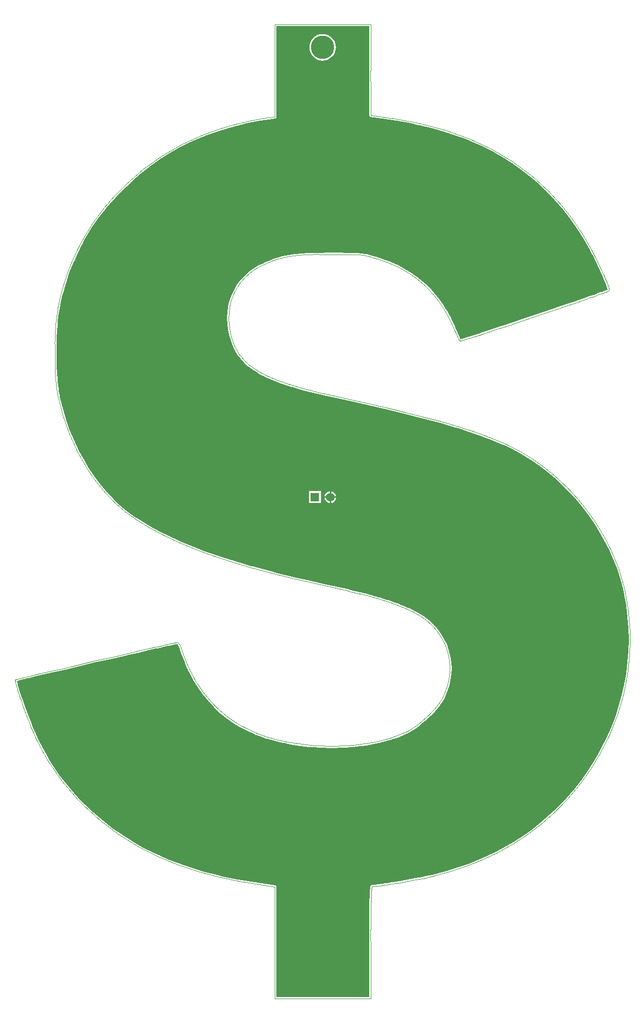
<source format=gbr>
%TF.GenerationSoftware,Altium Limited,Altium Designer,18.1.6 (161)*%
G04 Layer_Physical_Order=1*
G04 Layer_Color=255*
%FSLAX26Y26*%
%MOIN*%
%TF.FileFunction,Copper,L1,Top,Signal*%
%TF.Part,Single*%
G01*
G75*
%TA.AperFunction,NonConductor*%
%ADD10C,0.000500*%
%TA.AperFunction,Conductor*%
%ADD11R,0.650000X0.125000*%
%TA.AperFunction,ComponentPad*%
%ADD12C,0.055118*%
%ADD13R,0.055118X0.055118*%
%TA.AperFunction,ViaPad*%
%ADD14C,0.150000*%
G36*
X4972249Y8615483D02*
X4971962Y8610601D01*
X4971959Y8609995D01*
X4971984Y8605610D01*
X4972342Y8540800D01*
X4972324Y8540708D01*
X4972452Y8497342D01*
X4972453Y8497335D01*
X4972452Y8497329D01*
X4972537Y8476838D01*
X4972538Y8476834D01*
X4972537Y8476829D01*
X4972636Y8457235D01*
X4972637Y8457230D01*
X4972637Y8457225D01*
X4972749Y8438605D01*
X4972751Y8438596D01*
X4972749Y8438588D01*
X4973010Y8404574D01*
X4973011Y8404566D01*
X4973010Y8404558D01*
X4973081Y8396782D01*
X4973082Y8396778D01*
X4973082Y8396775D01*
X4973156Y8389310D01*
X4973157Y8389306D01*
X4973156Y8389302D01*
X4973233Y8382158D01*
X4973234Y8382153D01*
X4973233Y8382148D01*
X4973312Y8375334D01*
X4973313Y8375329D01*
X4973312Y8375324D01*
X4973394Y8368850D01*
X4973395Y8368844D01*
X4973394Y8368838D01*
X4973478Y8362713D01*
X4973479Y8362707D01*
X4973478Y8362700D01*
X4973564Y8356935D01*
X4973566Y8356927D01*
X4973564Y8356920D01*
X4973652Y8351523D01*
X4973655Y8351510D01*
X4973653Y8351496D01*
X4973835Y8341849D01*
X4973839Y8341829D01*
X4973836Y8341810D01*
X4973931Y8337578D01*
X4973934Y8337565D01*
X4973932Y8337551D01*
X4973981Y8335588D01*
X4973983Y8335578D01*
X4973982Y8335569D01*
X4974032Y8333709D01*
X4974034Y8333699D01*
X4974032Y8333689D01*
X4974083Y8331934D01*
X4974085Y8331923D01*
X4974084Y8331913D01*
X4974135Y8330265D01*
X4974137Y8330253D01*
X4974135Y8330242D01*
X4974186Y8328702D01*
X4974189Y8328689D01*
X4974187Y8328676D01*
X4974238Y8327247D01*
X4974243Y8327225D01*
X4974240Y8327202D01*
X4974341Y8324680D01*
X4974347Y8324653D01*
X4974343Y8324627D01*
X4974363Y8324187D01*
X4974376Y8324132D01*
X4974368Y8324076D01*
X4974375Y8323955D01*
X4974378Y8323943D01*
X4974376Y8323931D01*
X4974383Y8323818D01*
X4974386Y8323806D01*
X4974384Y8323793D01*
X4974397Y8323586D01*
X4974401Y8323516D01*
X4974413Y8323279D01*
X4974677Y8322235D01*
X4974742Y8321161D01*
X4975172Y8320278D01*
X4975413Y8319326D01*
X4976057Y8318463D01*
X4976528Y8317495D01*
X4977263Y8316844D01*
X4977850Y8316057D01*
X4978775Y8315505D01*
X4979581Y8314792D01*
X4980509Y8314471D01*
X4981353Y8313969D01*
X4982418Y8313813D01*
X4983436Y8313462D01*
X4984039Y8313380D01*
X4984042Y8313380D01*
X4984044Y8313379D01*
X4984675Y8313293D01*
X4984678Y8313294D01*
X4984681Y8313293D01*
X4985339Y8313203D01*
X4986027Y8313110D01*
X4986755Y8313011D01*
X4987517Y8312907D01*
X4988292Y8312800D01*
X4990969Y8312427D01*
X4993242Y8312104D01*
X4995702Y8311753D01*
X4998342Y8311375D01*
X5001159Y8310970D01*
X5004140Y8310542D01*
X5007284Y8310088D01*
X5010584Y8309612D01*
X5014040Y8309113D01*
X5021393Y8308049D01*
X5029307Y8306902D01*
X5037735Y8305678D01*
X5046654Y8304380D01*
X5056014Y8303016D01*
X5075932Y8300105D01*
X5119530Y8293707D01*
X5119535Y8293701D01*
X5119503Y8293481D01*
X5147903Y8289553D01*
X5240926Y8272941D01*
X5289738Y8262231D01*
X5294616Y8261161D01*
X5294616Y8261161D01*
X5295137Y8261485D01*
X5381108Y8240448D01*
X5458634Y8217851D01*
X5458835Y8217478D01*
Y8217478D01*
X5498832Y8205093D01*
X5578883Y8176189D01*
X5612269Y8162360D01*
X5612390Y8162461D01*
X5627217Y8156741D01*
X5695249Y8126585D01*
X5761720Y8093126D01*
X5826469Y8056446D01*
X5889340Y8016633D01*
X5950182Y7973784D01*
X6008848Y7928000D01*
X6065197Y7879394D01*
X6117127Y7829952D01*
X6120501Y7826270D01*
X6123929Y7822670D01*
X6163730Y7780866D01*
X6214845Y7721609D01*
X6262992Y7659915D01*
X6308052Y7595934D01*
X6349920Y7529818D01*
X6388493Y7461728D01*
X6394208Y7450373D01*
X6394208Y7450373D01*
X6396601Y7445982D01*
X6401101Y7437400D01*
X6408146Y7423620D01*
X6415377Y7409162D01*
X6422744Y7394140D01*
X6422929Y7393897D01*
X6426499Y7386826D01*
X6465713Y7301343D01*
X6465713Y7301343D01*
X6465713Y7301343D01*
X6465721Y7301340D01*
X6472094Y7286764D01*
X6478063Y7272850D01*
X6480888Y7266159D01*
X6483578Y7259709D01*
X6486139Y7253489D01*
X6488554Y7247533D01*
X6492951Y7236406D01*
X6493944Y7233825D01*
X6494892Y7231333D01*
X6495798Y7228920D01*
X6496666Y7226576D01*
X6497479Y7224345D01*
X6498008Y7222867D01*
X6499370Y7218050D01*
X6500573Y7214506D01*
X6502023Y7209741D01*
X6502358Y7208444D01*
X6499641Y7204915D01*
X6499377Y7204710D01*
X6498756Y7204410D01*
X6497883Y7204050D01*
X6495931Y7203255D01*
X6493777Y7202393D01*
X6491425Y7201466D01*
X6488895Y7200481D01*
X6486168Y7199432D01*
X6483243Y7198316D01*
X6480147Y7197147D01*
X6476866Y7195916D01*
X6473444Y7194641D01*
X6466000Y7191891D01*
X6457930Y7188940D01*
X6449206Y7185776D01*
X6439830Y7182401D01*
X6429876Y7178839D01*
X6419342Y7175090D01*
X6408262Y7171165D01*
X6396640Y7167065D01*
X6384503Y7162800D01*
X6358783Y7153805D01*
X6331266Y7144236D01*
X6302164Y7134166D01*
X6271624Y7123643D01*
X6239824Y7112728D01*
X6173220Y7089981D01*
X6032759Y7042426D01*
X5926681Y7006846D01*
X5858246Y6984055D01*
X5825274Y6973127D01*
X5793327Y6962575D01*
X5762619Y6952472D01*
X5705592Y6933840D01*
X5692394Y6929559D01*
X5679635Y6925432D01*
X5667371Y6921481D01*
X5655613Y6917707D01*
X5644384Y6914120D01*
X5633705Y6910726D01*
X5623604Y6907535D01*
X5614097Y6904551D01*
X5596941Y6899234D01*
X5593067Y6898049D01*
X5589373Y6896926D01*
X5589373D01*
X5585836Y6895856D01*
X5582452Y6894842D01*
X5579274Y6893897D01*
X5576260Y6893010D01*
X5573439Y6892189D01*
X5570834Y6891442D01*
X5566106Y6890122D01*
X5565085Y6889845D01*
X5564067Y6889573D01*
X5564026Y6889562D01*
X5559143Y6888488D01*
X5556345Y6892221D01*
X5556188Y6892549D01*
X5555613Y6893758D01*
X5555027Y6895003D01*
X5554385Y6896378D01*
X5553731Y6897789D01*
X5553039Y6899293D01*
X5552340Y6900820D01*
X5550022Y6905949D01*
X5548381Y6909626D01*
X5546640Y6913558D01*
X5544824Y6917693D01*
X5542929Y6922036D01*
X5538981Y6931176D01*
X5530538Y6951075D01*
X5530001Y6951864D01*
X5519659Y6976831D01*
X5500583Y7016008D01*
X5498492Y7020477D01*
X5498490Y7020481D01*
X5498490Y7020481D01*
X5475309Y7063849D01*
X5465245Y7080034D01*
X5463498Y7082845D01*
X5463474Y7082967D01*
X5462612Y7084271D01*
X5460087Y7088527D01*
X5452088Y7102007D01*
X5422607Y7144469D01*
X5390171Y7184719D01*
X5354946Y7222553D01*
X5317112Y7257778D01*
X5279682Y7287941D01*
X5279703Y7288069D01*
X5236543Y7318035D01*
X5190925Y7345102D01*
X5162194Y7359483D01*
X5161744Y7359784D01*
X5161876Y7360056D01*
X5110010Y7383556D01*
X5053819Y7404705D01*
X5026061Y7413125D01*
X5025162Y7413608D01*
X5012348Y7417518D01*
X5012312Y7417522D01*
X5012279Y7417539D01*
X5000422Y7421069D01*
X5000363Y7421075D01*
X5000310Y7421102D01*
X4989207Y7424272D01*
X4988184Y7424356D01*
X4978385Y7427120D01*
X4978354Y7427000D01*
X4955702Y7432674D01*
X4936777Y7435481D01*
X4936499Y7435537D01*
X4936503Y7435561D01*
X4935024Y7435830D01*
X4934801Y7435785D01*
X4931559Y7436212D01*
X4931553Y7436212D01*
X4913639Y7438571D01*
Y7438571D01*
X4913470Y7438434D01*
X4906007Y7439318D01*
X4905626Y7439363D01*
X4901041Y7439714D01*
Y7439713D01*
X4887773Y7440187D01*
X4887292Y7440306D01*
X4872555Y7440966D01*
X4872486Y7440955D01*
X4872417Y7440971D01*
X4856210Y7441482D01*
X4856156Y7441473D01*
X4856103Y7441485D01*
X4838228Y7441865D01*
X4838188Y7441858D01*
X4838147Y7441867D01*
X4818408Y7442135D01*
X4818379Y7442130D01*
X4818349Y7442136D01*
X4796549Y7442310D01*
X4796528Y7442306D01*
X4796508Y7442310D01*
X4772449Y7442408D01*
X4772432Y7442404D01*
X4772414Y7442408D01*
X4716736Y7442448D01*
X4716696Y7442440D01*
X4716655Y7442448D01*
X4651433Y7441987D01*
X4650511Y7441797D01*
X4593868Y7440738D01*
Y7440738D01*
X4588880Y7440323D01*
X4572705Y7439926D01*
X4548107Y7438111D01*
X4543113Y7438004D01*
X4543113Y7438004D01*
X4497925Y7433898D01*
Y7433898D01*
X4492984Y7433175D01*
X4472509Y7430974D01*
X4457442Y7428255D01*
X4457141Y7428468D01*
X4457142Y7428467D01*
X4415175Y7420120D01*
X4384446Y7411453D01*
X4384419Y7411466D01*
X4384419Y7411466D01*
X4383411Y7411217D01*
X4383318Y7411155D01*
X4379671Y7410127D01*
X4373111Y7408276D01*
X4351092Y7400153D01*
X4350277Y7399991D01*
X4350150Y7400201D01*
X4345596Y7398315D01*
X4302255Y7380362D01*
X4285535Y7371993D01*
X4281992Y7370288D01*
X4281610Y7370212D01*
X4281029Y7369824D01*
X4276545Y7367630D01*
X4260885Y7360224D01*
X4228994Y7341109D01*
X4199129Y7318960D01*
X4171580Y7293990D01*
X4146610Y7266441D01*
X4124461Y7236577D01*
X4105346Y7204685D01*
X4089449Y7171073D01*
X4076923Y7136065D01*
X4067889Y7099998D01*
X4067755Y7099099D01*
X4066895Y7094173D01*
X4066895Y7094173D01*
X4062287Y7059176D01*
X4060686Y7022502D01*
X4062287Y6985829D01*
X4067079Y6949434D01*
X4070528Y6933876D01*
X4070519Y6933863D01*
X4070519Y6933863D01*
X4070519Y6933863D01*
X4074003Y6916351D01*
X4077232Y6904900D01*
X4078254Y6899996D01*
X4078254D01*
X4086894Y6872596D01*
X4088285Y6868181D01*
X4088525Y6867652D01*
X4088939Y6867033D01*
X4095773Y6847931D01*
X4098245Y6842706D01*
X4100122Y6838616D01*
X4100161Y6838421D01*
X4101990Y6834764D01*
X4102404Y6833916D01*
X4102578Y6833548D01*
X4104635Y6829201D01*
X4110697Y6816383D01*
X4127597Y6788186D01*
X4131330Y6783154D01*
X4131330D01*
X4131371Y6783146D01*
X4146476Y6762780D01*
X4168314Y6738685D01*
X4169597Y6737523D01*
X4173018Y6734379D01*
X4173068Y6734303D01*
X4173229Y6734185D01*
X4173229Y6734185D01*
X4194735Y6714693D01*
X4195518Y6713983D01*
X4198660Y6711653D01*
X4198661Y6711655D01*
X4198817Y6711786D01*
X4222786Y6693394D01*
X4255411Y6672609D01*
X4258519Y6670629D01*
X4259690Y6670020D01*
X4264173Y6667787D01*
X4273784Y6662085D01*
X4295230Y6651350D01*
X4295775Y6650985D01*
X4295660Y6650754D01*
X4298543Y6649213D01*
X4300110Y6648503D01*
X4331118Y6634453D01*
X4335456Y6632462D01*
X4335614Y6632357D01*
D01*
X4335615Y6632356D01*
X4335757Y6632261D01*
X4336077Y6632198D01*
X4340217Y6630483D01*
X4379524Y6614202D01*
X4379542Y6614250D01*
X4423376Y6598727D01*
X4427906Y6596888D01*
X4427907Y6596888D01*
X4427907Y6596888D01*
X4433304Y6594939D01*
X4476240Y6581644D01*
X4480851Y6579981D01*
X4480853Y6579980D01*
X4480854Y6579980D01*
X4494567Y6575587D01*
X4533793Y6564786D01*
X4537078Y6563863D01*
X4537345Y6563684D01*
X4538605Y6563434D01*
X4543432Y6562131D01*
X4596356Y6547612D01*
X4597595Y6547272D01*
X4601197Y6546421D01*
X4601234Y6546567D01*
X4601339Y6546617D01*
X4669075Y6530032D01*
X4669154Y6529929D01*
X4669146Y6529897D01*
X4684546Y6526118D01*
X4821499Y6496160D01*
X4821499Y6496160D01*
X4821627Y6496244D01*
X4956793Y6467128D01*
X5085754Y6437728D01*
X5208007Y6408178D01*
X5323147Y6378590D01*
X5430682Y6349103D01*
X5430765Y6348955D01*
Y6348954D01*
X5430766Y6348955D01*
X5525768Y6321186D01*
X5530513Y6319603D01*
X5530513Y6319603D01*
X5555356Y6312271D01*
X5617326Y6291929D01*
X5621926Y6290419D01*
X5621954Y6290504D01*
X5622042Y6290765D01*
X5629107Y6288553D01*
X5700046Y6263527D01*
X5704731Y6261781D01*
X5704731Y6261781D01*
X5751050Y6245057D01*
X5830880Y6211990D01*
X5842588Y6206494D01*
X5842553Y6206419D01*
X5891064Y6183281D01*
X5949825Y6151376D01*
X6004514Y6117862D01*
X6008641Y6115038D01*
Y6115038D01*
X6008642Y6115038D01*
X6061627Y6078622D01*
X6121306Y6032829D01*
X6178506Y5983975D01*
X6233071Y5932195D01*
X6284852Y5877630D01*
X6333706Y5820430D01*
X6379499Y5760751D01*
X6422106Y5698757D01*
X6461410Y5634619D01*
X6497303Y5568511D01*
X6512808Y5536005D01*
X6514897Y5531625D01*
X6517231Y5527198D01*
X6540976Y5474133D01*
X6565739Y5409262D01*
X6586825Y5343105D01*
X6601768Y5285175D01*
X6601580Y5284868D01*
X6601580Y5284868D01*
X6601581Y5284867D01*
X6609864Y5247980D01*
X6622225Y5176740D01*
X6631076Y5104980D01*
X6636395Y5032871D01*
X6638169Y4960589D01*
X6636395Y4888306D01*
X6631076Y4816198D01*
X6622225Y4744437D01*
X6609864Y4673197D01*
X6594022Y4602650D01*
X6574737Y4532964D01*
X6552057Y4464309D01*
X6526035Y4396850D01*
X6496734Y4330749D01*
X6464225Y4266165D01*
X6446707Y4235241D01*
X6444246Y4230896D01*
X6444246Y4230896D01*
X6441816Y4226547D01*
X6420228Y4188439D01*
X6379389Y4123948D01*
X6335435Y4061538D01*
X6288472Y4001360D01*
X6238612Y3943559D01*
X6185977Y3888274D01*
X6130692Y3835638D01*
X6072891Y3785779D01*
X6012713Y3738816D01*
X5950303Y3694861D01*
X5885811Y3654023D01*
X5819394Y3616398D01*
X5782099Y3597625D01*
X5782099Y3597625D01*
Y3597625D01*
X5777797Y3595048D01*
X5704483Y3560632D01*
X5625695Y3527997D01*
X5545483Y3499035D01*
X5464020Y3473809D01*
X5388436Y3454178D01*
X5388230Y3454171D01*
X5372587Y3450493D01*
X5354843Y3446567D01*
X5335188Y3442421D01*
X5313955Y3438114D01*
X5291377Y3433684D01*
X5267830Y3429197D01*
X5168835Y3411501D01*
X5144400Y3407399D01*
X5120652Y3403522D01*
X5097848Y3399912D01*
X5086939Y3398231D01*
X5076335Y3396628D01*
X5056351Y3393709D01*
X5047349Y3392448D01*
X5038861Y3391299D01*
X5030900Y3390265D01*
X5023522Y3389355D01*
X5016708Y3388568D01*
X5010473Y3387908D01*
X5004869Y3387381D01*
X5000144Y3387007D01*
X4999826Y3387280D01*
Y3387280D01*
X4991939Y3386659D01*
X4991941Y3386566D01*
X4990326Y3386244D01*
X4989674Y3386220D01*
X4989273Y3386035D01*
X4988164Y3385814D01*
X4986778Y3384888D01*
X4985969Y3384517D01*
X4985314Y3383910D01*
X4984773Y3383549D01*
X4982897Y3381680D01*
X4982848Y3381710D01*
X4982788Y3381569D01*
X4982731Y3381432D01*
X4982715Y3381393D01*
X4982135Y3379853D01*
X4982123Y3379824D01*
X4980773Y3375980D01*
X4979980Y3372044D01*
X4979083Y3367348D01*
X4979083Y3367346D01*
X4978939Y3365517D01*
X4978928Y3365458D01*
X4978507Y3363338D01*
X4978394Y3361618D01*
X4977997Y3357294D01*
X4977553Y3352779D01*
X4977560Y3352712D01*
X4977541Y3352646D01*
X4977117Y3347672D01*
X4977123Y3347614D01*
X4977108Y3347559D01*
X4976703Y3342116D01*
X4976708Y3342067D01*
X4976696Y3342019D01*
X4976310Y3336098D01*
X4976316Y3336056D01*
X4976305Y3336015D01*
X4975939Y3329606D01*
X4975944Y3329569D01*
X4975935Y3329533D01*
X4975589Y3322626D01*
X4975596Y3322580D01*
X4975584Y3322534D01*
X4974951Y3307190D01*
X4974959Y3307141D01*
X4974948Y3307092D01*
X4974391Y3289636D01*
X4974398Y3289598D01*
X4974389Y3289560D01*
X4973906Y3269899D01*
X4973911Y3269869D01*
X4973904Y3269839D01*
X4973490Y3247883D01*
X4973494Y3247859D01*
X4973489Y3247835D01*
X4973141Y3223492D01*
X4973145Y3223473D01*
X4973141Y3223454D01*
X4972855Y3196632D01*
X4972858Y3196617D01*
X4972855Y3196601D01*
X4972629Y3167211D01*
X4972631Y3167198D01*
X4972629Y3167186D01*
X4972458Y3135135D01*
X4972461Y3135125D01*
X4972458Y3135115D01*
X4972341Y3100314D01*
X4972383Y3100101D01*
X4971973Y3027052D01*
X4971965Y3025654D01*
X4971985Y3022057D01*
X4972251Y3017167D01*
Y2667579D01*
X4377875D01*
Y3020995D01*
Y3374445D01*
X4377614Y3375758D01*
X4377533Y3377095D01*
X4377219Y3377740D01*
X4377079Y3378444D01*
X4376336Y3379557D01*
X4375750Y3380762D01*
X4375213Y3381238D01*
X4374814Y3381835D01*
X4373701Y3382579D01*
X4372699Y3383467D01*
X4372020Y3383702D01*
X4371423Y3384100D01*
X4370110Y3384361D01*
X4368845Y3384799D01*
X4282495Y3396648D01*
X4282490Y3396653D01*
X4282505Y3396763D01*
X4261275Y3399430D01*
X4152567Y3417045D01*
X4138104Y3419922D01*
X4138097Y3419886D01*
X4128233Y3421562D01*
X4030112Y3442035D01*
X4001273Y3449187D01*
Y3449188D01*
X3996344Y3450078D01*
X3911458Y3472229D01*
X3871698Y3484291D01*
X3871667Y3484249D01*
X3843995Y3492314D01*
X3761791Y3520219D01*
X3680884Y3551682D01*
X3637837Y3570623D01*
X3633266Y3572651D01*
Y3572651D01*
X3633266Y3572651D01*
X3594122Y3590002D01*
X3523651Y3625474D01*
X3455007Y3664361D01*
X3388352Y3706569D01*
X3323850Y3751997D01*
X3261654Y3800535D01*
X3201914Y3852067D01*
X3150013Y3901481D01*
X3146502Y3905000D01*
X3146494Y3905013D01*
X3146488Y3905017D01*
X3142883Y3908483D01*
X3111282Y3941494D01*
X3107831Y3945101D01*
X3107828Y3945104D01*
X3104394Y3948723D01*
X3076727Y3977878D01*
X3029185Y4033542D01*
X2984621Y4091619D01*
X2943158Y4151948D01*
X2921229Y4187733D01*
X2920980Y4187582D01*
X2917266Y4193446D01*
X2895168Y4232456D01*
X2895168Y4232456D01*
X2895168Y4232456D01*
X2892387Y4236629D01*
X2854108Y4309249D01*
X2844772Y4329137D01*
X2844772Y4329137D01*
X2842576Y4333630D01*
X2837130Y4345651D01*
X2837130D01*
X2836741Y4345798D01*
X2828573Y4364076D01*
X2819869Y4384361D01*
X2810854Y4406089D01*
X2801636Y4428953D01*
X2792413Y4452427D01*
X2792542Y4452721D01*
X2792541Y4452721D01*
X2779336Y4486136D01*
X2756602Y4549675D01*
X2756602Y4549675D01*
X2756602Y4549675D01*
X2756235Y4549850D01*
X2748181Y4572828D01*
X2740582Y4595095D01*
X2737034Y4605730D01*
X2733660Y4616019D01*
X2730481Y4625900D01*
X2727518Y4635306D01*
X2722235Y4652744D01*
X2721074Y4656735D01*
X2719980Y4660571D01*
X2718944Y4664284D01*
X2717980Y4667823D01*
X2717079Y4671228D01*
X2716253Y4674450D01*
X2715987Y4675525D01*
X2715016Y4680433D01*
X2715016Y4680433D01*
X2713980Y4685638D01*
X2713981D01*
X2713142Y4689071D01*
X2712846Y4692087D01*
X2713393Y4694051D01*
X2716024Y4696316D01*
X2716768Y4696632D01*
X2717097Y4696719D01*
X2718035Y4696963D01*
X2721119Y4697756D01*
X2723453Y4698346D01*
X2725983Y4698981D01*
X2728716Y4699661D01*
X2728716Y4699661D01*
X2731622Y4700380D01*
X2734745Y4701149D01*
X2738040Y4701957D01*
X2741520Y4702806D01*
X2745195Y4703700D01*
X2753069Y4705608D01*
X2761631Y4707673D01*
X2770861Y4709889D01*
X2770862D01*
X2780749Y4712254D01*
X2791262Y4714760D01*
X2802380Y4717403D01*
X2814084Y4720177D01*
X2826336Y4723076D01*
X2839128Y4726096D01*
X2866234Y4732479D01*
X2895219Y4739284D01*
X2925885Y4746465D01*
X2958072Y4753986D01*
X2991578Y4761800D01*
X3061878Y4778150D01*
X3210473Y4812549D01*
X3323220Y4838521D01*
X3323221D01*
X3396306Y4855296D01*
X3396306D01*
X3431680Y4863395D01*
X3466037Y4871247D01*
X3499189Y4878810D01*
X3561171Y4892900D01*
X3575621Y4896174D01*
X3575621D01*
X3603152Y4902394D01*
X3616166Y4905325D01*
X3628651Y4908131D01*
X3628651D01*
X3640593Y4910809D01*
X3651968Y4913353D01*
X3651968Y4913353D01*
X3662741Y4915756D01*
X3682416Y4920122D01*
X3691269Y4922075D01*
X3699400Y4923861D01*
X3706820Y4925481D01*
X3713487Y4926924D01*
X3719437Y4928198D01*
X3724590Y4929283D01*
X3727766Y4929937D01*
X3732710Y4930712D01*
X3734868Y4931103D01*
X3736813Y4931224D01*
X3738864Y4930903D01*
X3740561Y4930284D01*
X3740847Y4930130D01*
X3741150Y4929955D01*
X3741792Y4929468D01*
X3743628Y4927835D01*
X3745119Y4926247D01*
X3745557Y4925763D01*
X3745628Y4925674D01*
X3747565Y4923161D01*
X3749323Y4920413D01*
X3750523Y4918438D01*
X3752327Y4915064D01*
X3754424Y4910547D01*
X3755816Y4905958D01*
X3755816Y4905958D01*
X3757594Y4901275D01*
X3760698Y4890795D01*
X3770922Y4861923D01*
X3772346Y4857239D01*
X3772276Y4857214D01*
X3774049Y4852570D01*
X3774054Y4852556D01*
X3774060Y4852542D01*
X3788127Y4815691D01*
X3789904Y4811034D01*
X3789904D01*
X3789978Y4810987D01*
X3790485Y4810229D01*
X3804140Y4777262D01*
X3808811Y4767668D01*
X3808815Y4767647D01*
X3809010Y4767260D01*
X3811213Y4762801D01*
X3818520Y4746675D01*
X3844045Y4698921D01*
X3872638Y4652939D01*
X3902156Y4611746D01*
X3902082Y4611635D01*
X3902082Y4611634D01*
X3902131Y4611565D01*
X3905156Y4607880D01*
X3905210Y4607814D01*
X3905238Y4607780D01*
X3938315Y4567475D01*
X3977305Y4525846D01*
X3990175Y4513792D01*
X3993357Y4510652D01*
X3993500Y4510437D01*
X3993695Y4510307D01*
X3993729Y4510284D01*
X3994149Y4510004D01*
X3997430Y4506949D01*
X4021178Y4484839D01*
X4063428Y4450792D01*
X4107999Y4419845D01*
X4139005Y4401448D01*
X4138830Y4401122D01*
X4186405Y4375692D01*
X4236227Y4353118D01*
X4247700Y4348800D01*
X4252036Y4347051D01*
X4252129Y4346988D01*
X4252324Y4346935D01*
X4252324Y4346935D01*
X4262126Y4342875D01*
X4314451Y4324818D01*
X4314439Y4324777D01*
X4314437Y4324771D01*
X4317494Y4323716D01*
X4319184Y4323246D01*
X4380515Y4306148D01*
X4380515Y4306148D01*
X4381016Y4306447D01*
X4402347Y4300944D01*
X4445930Y4292275D01*
X4450793Y4291281D01*
X4450793Y4291281D01*
X4450793Y4291282D01*
X4507702Y4281407D01*
X4586025Y4271747D01*
X4604119Y4270412D01*
X4604137Y4270391D01*
X4605056Y4270310D01*
X4605103Y4270320D01*
X4609101Y4270025D01*
X4661782Y4266139D01*
X4733905Y4264368D01*
X4806029Y4266139D01*
X4872728Y4271059D01*
Y4271059D01*
X4872878Y4271237D01*
X4886993Y4272348D01*
X4955884Y4281418D01*
X4999667Y4289532D01*
X4999672Y4289556D01*
X5036380Y4296858D01*
X5059101Y4302719D01*
X5059493Y4302485D01*
X5059493Y4302486D01*
X5111263Y4316917D01*
X5113654Y4317584D01*
X5116036Y4318406D01*
X5116848Y4318889D01*
X5116904Y4318927D01*
X5155869Y4331895D01*
X5205207Y4352332D01*
X5212717Y4356091D01*
X5217310Y4358080D01*
X5217310Y4358080D01*
X5225925Y4362841D01*
X5230410Y4365037D01*
X5230410Y4365037D01*
Y4365037D01*
X5239615Y4370554D01*
X5242489Y4372200D01*
X5242535Y4372209D01*
X5243910Y4373014D01*
X5243910Y4373014D01*
X5257786Y4381854D01*
X5257765Y4381886D01*
X5272011Y4391404D01*
X5272025Y4391385D01*
X5279177Y4396164D01*
X5286156Y4401666D01*
X5286489Y4401622D01*
X5286489Y4401622D01*
X5296769Y4409906D01*
X5300712Y4412981D01*
X5301663Y4413701D01*
X5301754Y4413836D01*
X5304572Y4416149D01*
X5330696Y4437589D01*
X5353584Y4459025D01*
X5356804Y4462041D01*
X5357278Y4462358D01*
X5357282Y4462361D01*
X5357455Y4462476D01*
X5357559Y4462632D01*
X5360859Y4465847D01*
X5367294Y4471874D01*
X5368777Y4473263D01*
X5370836Y4475379D01*
X5370836Y4475379D01*
X5392529Y4498679D01*
X5395298Y4501652D01*
X5395602Y4501855D01*
X5395917Y4502317D01*
X5399298Y4505963D01*
X5403920Y4510927D01*
X5407593Y4515485D01*
X5407833Y4515508D01*
X5407833D01*
X5415383Y4525085D01*
X5417733Y4527958D01*
X5417855Y4528039D01*
X5418549Y4528956D01*
X5418549Y4528956D01*
X5425558Y4538090D01*
X5427554Y4540691D01*
X5427743Y4540816D01*
X5428594Y4542046D01*
X5428574Y4542061D01*
X5428699Y4542249D01*
X5437923Y4554686D01*
X5437924Y4554686D01*
X5437912Y4554756D01*
X5440806Y4558658D01*
X5445912Y4567176D01*
X5445912Y4567177D01*
X5445912Y4567177D01*
X5445897Y4567247D01*
X5452133Y4576580D01*
X5458991Y4590486D01*
X5459090Y4590440D01*
X5459273Y4590796D01*
X5459305Y4590958D01*
X5460990Y4595027D01*
X5460990Y4595028D01*
X5474649Y4628003D01*
X5482883Y4654120D01*
X5483070Y4654400D01*
X5483501Y4655239D01*
X5484734Y4658684D01*
X5485054Y4659961D01*
X5494285Y4696813D01*
X5500052Y4735695D01*
X5501981Y4774955D01*
X5500052Y4814215D01*
X5494285Y4853097D01*
X5484734Y4891227D01*
X5471492Y4928236D01*
X5454685Y4963770D01*
X5434477Y4997485D01*
X5419201Y5018083D01*
X5419201Y5018083D01*
X5418414Y5019217D01*
X5418160Y5019387D01*
X5409382Y5030827D01*
X5383105Y5059503D01*
X5354428Y5085780D01*
X5323571Y5109458D01*
X5290767Y5130357D01*
X5264405Y5144080D01*
X5264406Y5144080D01*
X5263830Y5144430D01*
X5263557Y5144485D01*
X5259910Y5146224D01*
X5225775Y5162845D01*
X5225774Y5162845D01*
Y5162845D01*
X5221202Y5164417D01*
X5192699Y5177171D01*
X5188728Y5178687D01*
X5184094Y5180456D01*
X5179443Y5182178D01*
X5161501Y5189610D01*
X5143808Y5195875D01*
X5143804Y5195877D01*
X5139191Y5197782D01*
Y5197782D01*
X5139191Y5197782D01*
X5131248Y5200846D01*
X5094947Y5212838D01*
X5091331Y5214115D01*
X5091046Y5214305D01*
X5090276Y5214488D01*
X5090276Y5214488D01*
X5067498Y5222220D01*
X5041694Y5229741D01*
X5038063Y5230860D01*
X5037951Y5230935D01*
X5037583Y5231008D01*
X5036915Y5231214D01*
X5036915Y5231214D01*
X4978466Y5248052D01*
X4978467Y5248052D01*
X4978435Y5248035D01*
X4961392Y5252902D01*
X4915085Y5264501D01*
X4914173Y5264926D01*
X4843806Y5282149D01*
X4843735Y5282242D01*
X4843778Y5282425D01*
X4841314Y5283035D01*
X4838911Y5283571D01*
X4681343Y5318715D01*
X4681356Y5318776D01*
X4571156Y5342432D01*
X4516070Y5355422D01*
X4516033Y5355265D01*
X4490610Y5360935D01*
X4367624Y5391364D01*
X4362802Y5392557D01*
X4362800Y5392550D01*
X4362790Y5392512D01*
X4336141Y5399053D01*
X4225689Y5429149D01*
X4220906Y5430611D01*
X4216162Y5431956D01*
X4142458Y5452858D01*
X4089607Y5469522D01*
X4089602Y5469509D01*
X4047469Y5482470D01*
X3972947Y5507985D01*
X3968236Y5509661D01*
X3963550Y5511314D01*
X3906583Y5531411D01*
X3860622Y5549495D01*
X3856097Y5551275D01*
X3851321Y5552779D01*
X3766690Y5587834D01*
X3752393Y5594392D01*
X3752393Y5594392D01*
X3752267Y5594345D01*
X3677390Y5629051D01*
X3656626Y5639740D01*
D01*
X3652066Y5641803D01*
X3584570Y5677381D01*
X3511614Y5720255D01*
X3485655Y5737169D01*
X3485600Y5737083D01*
X3473953Y5744326D01*
X3426081Y5778630D01*
X3414383Y5788230D01*
X3414384D01*
X3414209Y5788212D01*
X3373606Y5822051D01*
X3328651Y5864368D01*
X3286589Y5909052D01*
X3283459Y5912938D01*
X3280290Y5916691D01*
X3246804Y5956346D01*
X3206675Y6009669D01*
X3170597Y6063663D01*
X3170707Y6064176D01*
X3170707Y6064177D01*
X3170707Y6064177D01*
X3145177Y6105838D01*
X3110075Y6170488D01*
X3078405Y6236886D01*
X3050253Y6304850D01*
X3025697Y6374195D01*
X3004803Y6444730D01*
X2987630Y6516261D01*
X2985413Y6528222D01*
X2985622Y6528264D01*
X2980755Y6552734D01*
X2978691Y6570173D01*
X2978650Y6570187D01*
X2975980Y6589097D01*
X2973301Y6620854D01*
X2973302Y6620854D01*
X2973302D01*
X2972760Y6625827D01*
X2969149Y6677850D01*
X2969312Y6678033D01*
X2969312D01*
X2967775Y6704082D01*
X2965814Y6803958D01*
X2966966Y6862602D01*
X2967087Y6867601D01*
X2967086Y6867601D01*
X2967913Y6907575D01*
X2969291Y6929769D01*
X2969291D01*
X2969463Y6934767D01*
X2972815Y6983065D01*
X2973153Y6987927D01*
X2973562Y6992911D01*
X2978052Y7038501D01*
X2985476Y7083466D01*
X2985630Y7083572D01*
X2985630D01*
X2985630Y7083573D01*
X2994327Y7127295D01*
X2994715Y7127549D01*
X2994715D01*
X3000275Y7153903D01*
X3004286Y7169347D01*
X3004177Y7169374D01*
X3005901Y7177055D01*
X3014815Y7209264D01*
X3014815D01*
X3015957Y7214136D01*
X3031863Y7267833D01*
X3051130Y7322243D01*
X3051096Y7322256D01*
X3053837Y7329995D01*
X3079153Y7391113D01*
X3081517Y7395528D01*
X3081517Y7395528D01*
X3095539Y7427162D01*
X3115390Y7466599D01*
X3117648Y7471058D01*
X3117648Y7471058D01*
X3132901Y7501359D01*
X3141174Y7515964D01*
X3141331Y7515911D01*
X3157483Y7545659D01*
X3194309Y7605755D01*
X3234231Y7663841D01*
X3272952Y7714303D01*
X3276137Y7718157D01*
X3276137Y7718157D01*
X3282239Y7725975D01*
X3329285Y7780515D01*
X3341609Y7793459D01*
Y7793459D01*
X3341607Y7793534D01*
X3387356Y7841447D01*
X3415875Y7868678D01*
X3415875Y7868678D01*
X3419464Y7872160D01*
X3451558Y7902716D01*
X3507827Y7951254D01*
X3566409Y7996972D01*
X3627164Y8039761D01*
X3689946Y8079517D01*
X3754603Y8116144D01*
X3820979Y8149555D01*
X3888914Y8179669D01*
X3915853Y8190060D01*
X3915764Y8190312D01*
X3923543Y8193534D01*
X3998987Y8220774D01*
X4075610Y8244501D01*
X4113541Y8254353D01*
Y8254353D01*
X4113696Y8254613D01*
X4187031Y8272558D01*
X4276550Y8290364D01*
X4329458Y8298508D01*
X4329418Y8298773D01*
X4329435Y8298792D01*
X4368996Y8304804D01*
X4370185Y8305234D01*
X4371425Y8305481D01*
X4372085Y8305921D01*
X4372831Y8306191D01*
X4373764Y8307044D01*
X4374816Y8307746D01*
X4375256Y8308406D01*
X4375842Y8308940D01*
X4376379Y8310085D01*
X4377081Y8311137D01*
X4377236Y8311915D01*
X4377573Y8312633D01*
X4377630Y8313896D01*
X4377877Y8315136D01*
Y8606325D01*
Y8897372D01*
X4972249D01*
Y8615483D01*
D02*
G37*
%LPC*%
G36*
X4674000Y8845411D02*
X4657337Y8843770D01*
X4641315Y8838910D01*
X4626548Y8831017D01*
X4613605Y8820395D01*
X4602983Y8807452D01*
X4595090Y8792685D01*
X4590230Y8776663D01*
X4588589Y8760000D01*
X4590230Y8743337D01*
X4595090Y8727315D01*
X4602983Y8712548D01*
X4613605Y8699605D01*
X4626548Y8688983D01*
X4641315Y8681090D01*
X4657337Y8676230D01*
X4674000Y8674589D01*
X4690663Y8676230D01*
X4706685Y8681090D01*
X4721452Y8688983D01*
X4734395Y8699605D01*
X4745017Y8712548D01*
X4752910Y8727315D01*
X4757770Y8743337D01*
X4759411Y8760000D01*
X4757770Y8776663D01*
X4752910Y8792685D01*
X4745017Y8807452D01*
X4734395Y8820395D01*
X4721452Y8831017D01*
X4706685Y8838910D01*
X4690663Y8843770D01*
X4674000Y8845411D01*
D02*
G37*
G36*
X4729000Y5912225D02*
Y5880000D01*
X4761225D01*
X4760592Y5884805D01*
X4756808Y5893942D01*
X4750787Y5901787D01*
X4742942Y5907808D01*
X4733805Y5911592D01*
X4729000Y5912225D01*
D02*
G37*
G36*
X4719000D02*
X4714195Y5911592D01*
X4705058Y5907808D01*
X4697213Y5901787D01*
X4691192Y5893942D01*
X4687408Y5884805D01*
X4686775Y5880000D01*
X4719000D01*
Y5912225D01*
D02*
G37*
G36*
X4761225Y5870000D02*
X4729000D01*
Y5837775D01*
X4733805Y5838408D01*
X4742942Y5842192D01*
X4750787Y5848213D01*
X4756808Y5856058D01*
X4760592Y5865195D01*
X4761225Y5870000D01*
D02*
G37*
G36*
X4719000D02*
X4686775D01*
X4687408Y5865195D01*
X4691192Y5856058D01*
X4697213Y5848213D01*
X4705058Y5842192D01*
X4714195Y5838408D01*
X4719000Y5837775D01*
Y5870000D01*
D02*
G37*
G36*
X4661559Y5912559D02*
X4586441D01*
Y5837441D01*
X4661559D01*
Y5912559D01*
D02*
G37*
G36*
X5028338Y5742481D02*
X4488500D01*
Y5642500D01*
X5028338D01*
Y5742481D01*
D02*
G37*
%LPD*%
D10*
X5437172Y4572642D02*
G03*
X5449617Y4594795I-128224J86606D01*
G01*
X5551275Y6879587D02*
G03*
X5551668Y6879154I13120J11538D01*
G01*
X5453818Y7078967D02*
G03*
X5273293Y7279494I-610925J-368467D01*
G01*
X5157200Y7350493D02*
G03*
X5022111Y7403612I-398297J-814584D01*
G01*
X5550042Y6881421D02*
G03*
X5550176Y6881151I10894J5235D01*
G01*
X5489159Y7015750D02*
G03*
X5453818Y7078967I-797756J-404490D01*
G01*
X5273293Y7279494D02*
G03*
X5157200Y7350493I-438482J-586566D01*
G01*
X5549907Y6881703D02*
G03*
X5549585Y6882344I-14079J-6678D01*
G01*
X5550176Y6881151D02*
G03*
X5550322Y6880881I6212J3182D01*
G01*
X5520917Y6946993D02*
G03*
X5489159Y7015750I-956725J-400183D01*
G01*
X4986337Y7414223D02*
G03*
X4975785Y7417053I-158220J-568788D01*
G01*
X5551668Y6879154D02*
G03*
X5552814Y6878117I6230J5733D01*
G01*
X5550322Y6880881D02*
G03*
X5550699Y6880299I5407J3090D01*
G01*
X5550699Y6880299D02*
G03*
X5550956Y6879965I6790J4944D01*
G01*
X5553766Y6877567D02*
G03*
X5554175Y6877428I1260J3027D01*
G01*
X5553313Y6877791D02*
G03*
X5553766Y6877567I1986J3454D01*
G01*
X5552814Y6878117D02*
G03*
X5553313Y6877791I3098J4193D01*
G01*
X5550956Y6879965D02*
G03*
X5551275Y6879587I9175J7413D01*
G01*
X5554175Y6877428D02*
G03*
X5554869Y6877326I791J2971D01*
G01*
X2702113Y4699215D02*
G03*
X2702038Y4698780I14275J-2683D01*
G01*
X2703301Y4702093D02*
G03*
X2702706Y4701089I5513J-3943D01*
G01*
X2706074Y4704410D02*
G03*
X2705708Y4704241I2344J-5554D01*
G01*
X2704189Y4703135D02*
G03*
X2703301Y4702093I5790J-5835D01*
G01*
X3818471Y4771646D02*
G03*
X3910582Y4618155I742173J341004D01*
G01*
X3799633Y4814986D02*
G03*
X3818471Y4771646I907144J368519D01*
G01*
X2702209Y4699664D02*
G03*
X2702113Y4699215I9540J-2262D01*
G01*
X3782213Y4860747D02*
G03*
X3799633Y4814986I1043917J371198D01*
G01*
X3753885Y4932518D02*
G03*
X3750772Y4935912I-35341J-29294D01*
G01*
D02*
G03*
X3749125Y4937422I-23337J-23796D01*
G01*
D02*
G03*
X3747414Y4938773I-17640J-20576D01*
G01*
Y4938773D02*
G03*
X3745637Y4939939I-13091J-18016D01*
G01*
D02*
G03*
X3743791Y4940893I-9470J-16055D01*
G01*
X2705708Y4704241D02*
G03*
X2705444Y4704074I1309J-2355D01*
G01*
X4000890Y4517827D02*
G03*
X4144158Y4410370I518065J541477D01*
G01*
X3761975Y4919660D02*
G03*
X3759501Y4924380I-63061J-30043D01*
G01*
X2704228Y4703166D02*
G03*
X2704189Y4703135I818J-1063D01*
G01*
X2706558Y4704599D02*
G03*
X2706359Y4704524I2570J-7133D01*
G01*
X3756793Y4928682D02*
G03*
X3753885Y4932518I-43412J-29883D01*
G01*
X2702706Y4701089D02*
G03*
X2702333Y4700127I6077J-2907D01*
G01*
X3759501Y4924380D02*
G03*
X3756793Y4928682I-53506J-30685D01*
G01*
X2701975Y4698360D02*
G03*
X2701826Y4696722I15594J-2245D01*
G01*
X3766081Y4909146D02*
G03*
X3782213Y4860747I1224805J381362D01*
G01*
X2702334Y4700127D02*
G03*
X2702209Y4699665I7529J-2279D01*
G01*
X3766081Y4909146D02*
G03*
X3761975Y4919660I-75740J-23521D01*
G01*
X3910582Y4618155D02*
G03*
X4000890Y4517827I683047J524015D01*
G01*
X2701826Y4696722D02*
G03*
X2701810Y4695898I19936J-796D01*
G01*
X3741875Y4941610D02*
G03*
X3735677Y4942067I-4109J-13463D01*
G01*
X2705444Y4704074D02*
G03*
X2705260Y4703943I6834J-9870D01*
G01*
X3735677Y4942067D02*
G03*
X3730629Y4941169I19530J-124400D01*
G01*
X3743791Y4940893D02*
G03*
X3741875Y4941609I-6577J-14678D01*
G01*
X3911938Y8200048D02*
G03*
X3408442Y7876442I556359J-1419129D01*
G01*
X2958699Y6930309D02*
G03*
X2956354Y6867860I2337391J-119027D01*
G01*
X4110833Y8264756D02*
G03*
X3911938Y8200048I439949J-1690313D01*
G01*
X4327865Y8309124D02*
G03*
X4110833Y8264756I311952J-2078950D01*
G01*
X3041279Y7325942D02*
G03*
X3004452Y7212106I1210881J-454608D01*
G01*
X2975087Y7085643D02*
G03*
X2962603Y6988803I903332J-165678D01*
G01*
X3004452Y7212106D02*
G03*
X2994008Y7171864I1462258J-400964D01*
G01*
X2984263Y7129837D02*
G03*
X2975087Y7085643I2046677J-448011D01*
G01*
X2962603Y6988803D02*
G03*
X2958699Y6930309I1813379J-150415D01*
G01*
X3131890Y7521050D02*
G03*
X3108073Y7475921I1432546J-784863D01*
G01*
X3408442Y7876442D02*
G03*
X3333815Y7800699I1259093J-1315174D01*
G01*
X3333815Y7800699D02*
G03*
X3267962Y7724774I1082797J-1005679D01*
G01*
X3267962D02*
G03*
X3131890Y7521050I1055418J-852246D01*
G01*
X3108073Y7475921D02*
G03*
X3071714Y7399915I1478524J-753977D01*
G01*
Y7399915D02*
G03*
X3041279Y7325942I1216120J-543606D01*
G01*
X2994008Y7171864D02*
G03*
X2984263Y7129837I1699428J-416189D01*
G01*
X2956354Y6867860D02*
G03*
X2958686Y6677506I2553441J-63902D01*
G01*
X5462019Y8227746D02*
G03*
X5296951Y8271642I-621326J-2004152D01*
G01*
X5296951Y8271642D02*
G03*
X5121048Y8304047I-525495J-2358885D01*
G01*
X4982700Y8610601D02*
G03*
X4982775Y8540739I32074699J-606D01*
G01*
X5616343Y8172296D02*
G03*
X5462019Y8227746I-702999J-1714061D01*
G01*
X6128052Y7833675D02*
G03*
X5616343Y8172296I-1081043J-1077678D01*
G01*
X6403535Y7455263D02*
G03*
X6128052Y7833675I-1421175J-745129D01*
G01*
X6475279Y7305566D02*
G03*
X6432127Y7398742I-2611351J-1152809D01*
G01*
X6512894Y7200225D02*
G03*
X6513406Y7200970I-2475J2250D01*
G01*
X6513623Y7201484D02*
G03*
X6513796Y7202115I-4891J1679D01*
G01*
D02*
G03*
X6513910Y7202877I-6776J1403D01*
G01*
X6512627Y7199962D02*
G03*
X6512894Y7200225I-2345J2649D01*
G01*
X6513406Y7200970D02*
G03*
X6513623Y7201484I-3633J1838D01*
G01*
X6513636Y7207374D02*
G03*
X6513399Y7208633I-30621J-5111D01*
G01*
X6513910Y7202877D02*
G03*
X6513951Y7203787I-9497J885D01*
G01*
X6513951D02*
G03*
X6513809Y7206155I-20413J-37D01*
G01*
X6513809Y7206155D02*
G03*
X6513636Y7207374I-25079J-2937D01*
G01*
X6513101Y7209944D02*
G03*
X6512745Y7211319I-52885J-12951D01*
G01*
X6513399Y7208633D02*
G03*
X6513101Y7209944I-39226J-8224D01*
G01*
X6510805Y7217697D02*
G03*
X6509550Y7221504I-218680J-69976D01*
G01*
X6512745Y7211319D02*
G03*
X6512335Y7212770I-75705J-20641D01*
G01*
X6512372Y7199752D02*
G03*
X6512627Y7199962I-3007J3904D01*
G01*
X5554869Y6877326D02*
G03*
X5555160Y6877326I153J4738D01*
G01*
X5555640Y6877331D02*
G03*
X5555416Y6877334I-140J-2464D01*
G01*
X5555640Y6877331D02*
G03*
X5556207Y6877312I579J8911D01*
G01*
X5556207D02*
G03*
X5556829Y6877337I-2J7957D01*
G01*
X5557245Y6877376D02*
G03*
X5558064Y6877475I-1801J18291D01*
G01*
D02*
G03*
X5558621Y6877562I-3207J22311D01*
G01*
X5560132Y6877854D02*
G03*
X5561522Y6878161I-15782J74831D01*
G01*
X6509430Y7197760D02*
G03*
X6509921Y7198029I-10567J19908D01*
G01*
D02*
G03*
X6510631Y7198448I-9806J17416D01*
G01*
X6510986Y7198672D02*
G03*
X6511108Y7198754I-4508J6896D01*
G01*
X6511109D02*
G03*
X6511796Y7199284I-4096J6020D01*
G01*
X6511796D02*
G03*
X6511955Y7199425I-6093J7034D01*
G01*
X6512372Y7199752D02*
G03*
X6511955Y7199425I4745J-6480D01*
G01*
X4088507Y6902781D02*
G03*
X4098180Y6871652I436095J118444D01*
G01*
X4458844Y7418000D02*
G03*
X4387410Y7401562I90609J-557186D01*
G01*
X4109816Y6842420D02*
G03*
X4139871Y6789095I296311J131874D01*
G01*
Y6789095D02*
G03*
X4180458Y6741693I262753J183900D01*
G01*
X4353909Y7390263D02*
G03*
X4285609Y7360556I270778J-715928D01*
G01*
X4077331Y7092369D02*
G03*
X4080574Y6935947I404138J-69867D01*
G01*
X4387410Y7401562D02*
G03*
X4353909Y7390263I159786J-529063D01*
G01*
X4975785Y7417053D02*
G03*
X4935024Y7425379I-96158J-366836D01*
G01*
X4098180Y6871652D02*
G03*
X4109816Y6842420I358841J125913D01*
G01*
X4499067Y7423517D02*
G03*
X4458844Y7418000I83241J-756214D01*
G01*
X4285609Y7360556D02*
G03*
X4077331Y7092369I153878J-334473D01*
G01*
X4912671Y7428026D02*
G03*
X4900286Y7429038I-52176J-562110D01*
G01*
D02*
G03*
X4886824Y7429865I-51709J-731723D01*
G01*
X4543822Y7427486D02*
G03*
X4499067Y7423517I71450J-1059984D01*
G01*
X4651507Y7431537D02*
G03*
X4594253Y7430096I36748J-2599285D01*
G01*
X4935024Y7425379D02*
G03*
X4912671Y7428026I-61455J-423259D01*
G01*
X4080574Y6935947D02*
G03*
X4088507Y6902781I549194J113832D01*
G01*
X4594253Y7430096D02*
G03*
X4543822Y7427486I57825J-1605849D01*
G01*
X4992056Y3375979D02*
G03*
X4992034Y3375940I1019J-596D01*
G01*
X4205259Y6719866D02*
G03*
X4264993Y6679263I296091J371359D01*
G01*
X4992078Y3376016D02*
G03*
X4992056Y3375979I1708J-1051D01*
G01*
X4992102Y3376055D02*
G03*
X4992130Y3376101I-2506J1531D01*
G01*
X4992130D02*
G03*
X4992163Y3376159I-2446J1432D01*
G01*
D02*
G03*
X5000618Y3376561I-3440J161495D01*
G01*
X4180458Y6741693D02*
G03*
X4205259Y6719866I255956J265822D01*
G01*
X6524607Y5536229D02*
G03*
X6014428Y6123802I-1307525J-620024D01*
G01*
X4992034Y3375940D02*
G03*
X4992011Y3375893I1158J-618D01*
G01*
X5708346Y6271895D02*
G03*
X5625295Y6300619I-1062673J-2938086D01*
G01*
X6014428Y6123802D02*
G03*
X5846959Y6216047I-703182J-1078478D01*
G01*
X5625295Y6300619D02*
G03*
X5533600Y6329732I-1296584J-3924789D01*
G01*
X5390622Y3443998D02*
G03*
X5786908Y3588015I-431800J1805396D01*
G01*
X6453578Y4225573D02*
G03*
X6612066Y5287235I-1288529J735016D01*
G01*
Y5287235D02*
G03*
X6524607Y5536229I-1214754J-286823D01*
G01*
X5786908Y3588015D02*
G03*
X6453578Y4225573I-700644J1399970D01*
G01*
X4991983Y3375834D02*
G03*
X4991950Y3375757I3298J-1463D01*
G01*
X5533600Y6329733D02*
G03*
X5433648Y6359126I-1537702J-5044270D01*
G01*
X4383328Y6624189D02*
G03*
X4431308Y6606930I483688J1269371D01*
G01*
X4339756Y6641917D02*
G03*
X4383328Y6624189I416359J960900D01*
G01*
X4300382Y6660235D02*
G03*
X4339756Y6641917I363101J729002D01*
G01*
X4671561Y6540183D02*
G03*
X4823652Y6506498I1410453J6008086D01*
G01*
X4264993Y6679263D02*
G03*
X4300382Y6660235I321434J555386D01*
G01*
X4431308Y6606930D02*
G03*
X4483910Y6590020I568686J1678784D01*
G01*
D02*
G03*
X4541345Y6573340I676491J2222062D01*
G01*
D02*
G03*
X4603824Y6556767I814425J2944431D01*
G01*
X4991950Y3375757D02*
G03*
X4991860Y3375531I8734J-3614D01*
G01*
X5846959Y6216047D02*
G03*
X5708346Y6271895I-771603J-1715157D01*
G01*
X4992011Y3375893D02*
G03*
X4991983Y3375834I1816J-877D01*
G01*
X2701864Y4694194D02*
G03*
X2702011Y4692363I42984J2534D01*
G01*
X4989342Y3363964D02*
G03*
X4988860Y3360338I173994J-24959D01*
G01*
X3868599Y3474002D02*
G03*
X3998783Y3438810I681718J2263451D01*
G01*
X2703448Y4683495D02*
G03*
X2704636Y4678031I205808J41875D01*
G01*
X2885804Y4227214D02*
G03*
X2912050Y4182157I1330097J744604D01*
G01*
X3139104Y3897623D02*
G03*
X3628932Y3562817I1142262J1145436D01*
G01*
X3628932Y3562817D02*
G03*
X3868599Y3474002I813377J1827107D01*
G01*
X3100094Y3937675D02*
G03*
X3139104Y3897623I1463335J1386234D01*
G01*
X2835197Y4324511D02*
G03*
X2885804Y4227214I1673091J808421D01*
G01*
X2827354Y4341186D02*
G03*
X2835197Y4324511I747517J341385D01*
G01*
X4136193Y3409611D02*
G03*
X4281074Y3386294I564113J3043345D01*
G01*
X4982792Y3100278D02*
G03*
X4982702Y3022058I30907490J-74625D01*
G01*
X2746482Y4546082D02*
G03*
X2782586Y4448859I3384765J1201624D01*
G01*
X3998782Y3438810D02*
G03*
X4136193Y3409611I627731J2616231D01*
G01*
X4989845Y3367160D02*
G03*
X4989342Y3363964I117146J-20073D01*
G01*
X2702011Y4692364D02*
G03*
X2702118Y4691395I53520J5411D01*
G01*
X4991860Y3375531D02*
G03*
X4991627Y3374885I14414J-5562D01*
G01*
X2912050Y4182157D02*
G03*
X3100094Y3937675I1203777J731331D01*
G01*
X4991627Y3374885D02*
G03*
X4991385Y3374121I22150J-7445D01*
G01*
D02*
G03*
X4991136Y3373242I31561J-9426D01*
G01*
Y3373242D02*
G03*
X4990881Y3372249I42449J-11413D01*
G01*
D02*
G03*
X4990623Y3371143I54566J-13321D01*
G01*
X4990623D02*
G03*
X4990363Y3369926I67642J-15075D01*
G01*
X4317637Y4334935D02*
G03*
X4383089Y4316566I324971J1032110D01*
G01*
Y4316566D02*
G03*
X4452679Y4301462I299977J1214289D01*
G01*
X5410465Y4535429D02*
G03*
X5420353Y4548206I-378677J303243D01*
G01*
X5363289Y4482876D02*
G03*
X5388212Y4509245I-517702J514260D01*
G01*
X5429287Y4560643D02*
G03*
X5437172Y4572642I-261510J180447D01*
G01*
X5388212Y4509245D02*
G03*
X5399720Y4522409I-478275J429721D01*
G01*
D02*
G03*
X5410465Y4535429I-432484J367882D01*
G01*
X5420353Y4548206D02*
G03*
X5429287Y4560643I-320474J239637D01*
G01*
X5449414Y4594932D02*
G03*
X5473415Y4658399I-421514J195674D01*
G01*
X4452679Y4301462D02*
G03*
X4605056Y4280761I290941J1570376D01*
G01*
X5473415Y4658399D02*
G03*
X5411025Y5011828I-371977J116556D01*
G01*
X5294274Y4421091D02*
G03*
X5350065Y4469866I-485936J612134D01*
G01*
X5280088Y4410162D02*
G03*
X5294274Y4421091I-403366J538197D01*
G01*
X5350065Y4469866D02*
G03*
X5363289Y4482876I-539025J561134D01*
G01*
X4605056Y4280761D02*
G03*
X4871729Y4281584I128850J1453486D01*
G01*
D02*
G03*
X4997718Y4299632I-123469J1310718D01*
G01*
D02*
G03*
X5056920Y4312772I-214790J1107674D01*
G01*
Y4312772D02*
G03*
X5112849Y4328544I-237007J947462D01*
G01*
Y4328544D02*
G03*
X5212652Y4367653I-218417J704292D01*
G01*
D02*
G03*
X5225346Y4374233I-123508J253822D01*
G01*
Y4374233D02*
G03*
X5238535Y4381865I-172810J313861D01*
G01*
Y4381864D02*
G03*
X5252121Y4390457I-228048J375591D01*
G01*
Y4390457D02*
G03*
X5266005Y4399920I-286902J435862D01*
G01*
D02*
G03*
X5280088Y4410162I-346452J491225D01*
G01*
X4256128Y4356644D02*
G03*
X4317637Y4334935I347917J887798D01*
G01*
X4144158Y4410370D02*
G03*
X4256128Y4356644I411937J714978D01*
G01*
X4975699Y5237929D02*
G03*
X4911688Y5254775I-913305J-3340134D01*
G01*
X5135583Y5187863D02*
G03*
X5087047Y5204650I-554431J-1524429D01*
G01*
X4841322Y5271997D02*
G03*
X4679123Y5308278I-1688402J-7167574D01*
G01*
X4513662Y5345025D02*
G03*
X4679123Y5308278I2127183J9187096D01*
G01*
X5087047Y5204650D02*
G03*
X5033952Y5221279I-635750J-1936772D01*
G01*
X4360191Y5382276D02*
G03*
X4513662Y5345025I1829814J7204042D01*
G01*
X5259831Y5134775D02*
G03*
X5221376Y5153103I-461894J-919626D01*
G01*
X4218006Y5420278D02*
G03*
X4360191Y5382276I1594713J5681657D01*
G01*
X4086408Y5459279D02*
G03*
X4218006Y5420278I1408518J4511136D01*
G01*
X3964695Y5499527D02*
G03*
X4086409Y5459279I1261654J3611165D01*
G01*
X3852166Y5541270D02*
G03*
X3964695Y5499526I1147352J2920414D01*
G01*
X5180160Y5170739D02*
G03*
X5135583Y5187863I-500618J-1236674D01*
G01*
X5411025Y5011827D02*
G03*
X5259831Y5134775I-343181J-267586D01*
G01*
X3748119Y5584757D02*
G03*
X3852166Y5541270I1060997J2392344D01*
G01*
X3651854Y5630234D02*
G03*
X3748119Y5584757I999726J1991553D01*
G01*
X3479861Y5728156D02*
G03*
X3651854Y5630234I996067J1549519D01*
G01*
X3407768Y5779902D02*
G03*
X3479861Y5728156I566194J712740D01*
G01*
X3275557Y5905994D02*
G03*
X3407768Y5779902I775803J681083D01*
G01*
X3161634Y6058508D02*
G03*
X3275557Y5905995I1015350J639632D01*
G01*
X2975087Y6526138D02*
G03*
X3161634Y6058508I1386970J282267D01*
G01*
X2968056Y6568810D02*
G03*
X2975087Y6526138I598752J76746D01*
G01*
X2962589Y6619956D02*
G03*
X2968056Y6568810I1122568J94115D01*
G01*
X2958686Y6677506D02*
G03*
X2962589Y6619956I1727092J88211D01*
G01*
X5033952Y5221279D02*
G03*
X4975699Y5237929I-751687J-2519806D01*
G01*
X5221376Y5153103D02*
G03*
X5180160Y5170739I-470243J-1041965D01*
G01*
X2704650Y4703491D02*
X2704850Y4703641D01*
X2705057Y4703796D01*
X2706136Y4704436D02*
X2706195Y4704460D01*
X2706252Y4704482D01*
X2706966Y4668589D02*
X2707884Y4665123D01*
X2706654Y4704633D02*
X2706747Y4704665D01*
X2706840Y4704695D01*
X2707025Y4704755D02*
X2707119Y4704785D01*
X2707313Y4704849D01*
X2706118Y4671898D02*
X2706966Y4668589D01*
X2707732Y4704981D02*
X2707956Y4705049D01*
X2708190Y4705119D01*
X2708691Y4705265D02*
X2708958Y4705342D01*
X2709237Y4705421D01*
X2701810Y4695899D02*
X2701814Y4695481D01*
X2701975Y4698360D02*
X2702038Y4698780D01*
X2707884Y4665123D02*
X2708869Y4661505D01*
X2702118Y4691395D02*
X2702247Y4690388D01*
X2701842Y4694630D02*
X2701864Y4694194D01*
X2704228Y4703166D02*
X2704326Y4703243D01*
X2704650Y4703491D01*
X2705057Y4703796D02*
X2705260Y4703943D01*
X2706074Y4704410D02*
X2706136Y4704436D01*
X2703198Y4684752D02*
X2703448Y4683495D01*
X2706252Y4704482D02*
X2706359Y4704524D01*
X2706558Y4704599D02*
X2706654Y4704633D01*
X2706840Y4704695D02*
X2706932Y4704725D01*
X2707025Y4704755D01*
X2702968Y4685964D02*
X2703198Y4684752D01*
X2707313Y4704849D02*
X2707518Y4704914D01*
X2707732Y4704981D01*
X2701825Y4695059D02*
X2701842Y4694630D01*
X2701814Y4695481D02*
X2701825Y4695059D01*
X2704636Y4678031D02*
X2705341Y4675046D01*
X2708190Y4705119D02*
X2708435Y4705191D01*
X2708691Y4705265D01*
X2702757Y4687132D02*
X2702968Y4685964D01*
X2702396Y4689343D02*
X2702567Y4688258D01*
X2702757Y4687132D01*
X2705341Y4675046D02*
X2706118Y4671898D01*
X2702247Y4690388D02*
X2702396Y4689343D01*
X4841322Y5271997D02*
X4911688Y5254775D01*
X3558854Y4903091D02*
X3573318Y4906368D01*
X3600849Y4912588D01*
X3711292Y4937142D02*
X3717256Y4938419D01*
X3496865Y4888999D02*
X3558854Y4903091D01*
X3689017Y4932280D02*
X3697162Y4934069D01*
X3600849Y4912588D02*
X3613869Y4915521D01*
X3704590Y4935691D02*
X3711292Y4937142D01*
X3697162Y4934069D02*
X3704590Y4935691D01*
X3626365Y4918329D02*
X3638311Y4921008D01*
X3649687Y4923552D01*
X3722474Y4939518D02*
X3726935Y4940436D01*
X3717256Y4938419D02*
X3722474Y4939518D01*
X3613869Y4915521D02*
X3626365Y4918329D01*
X3649687Y4923552D02*
X3660469Y4925957D01*
X3680165Y4930327D02*
X3689017Y4932280D01*
X3660469Y4925957D02*
X3680165Y4930327D01*
X3726935Y4940436D02*
X3730629Y4941169D01*
X4984829Y8324200D02*
X4984836Y8324083D01*
X6417472Y7428337D02*
X6424742Y7413801D01*
X6432127Y7398742D01*
X6487686Y7276926D02*
X6490521Y7270212D01*
X6493232Y7263712D01*
X4984836Y8324083D02*
X4984850Y8323817D01*
X6498254Y7251424D02*
X6502688Y7240202D01*
X6503697Y7237580D01*
X4988931Y8323262D02*
X4989737Y8323151D01*
X4992423Y8322776D01*
X4984850Y8323817D02*
X4985453Y8323735D01*
X4999827Y8321720D02*
X5002644Y8321315D01*
X4985453Y8323735D02*
X4986084Y8323649D01*
X4997182Y8322098D02*
X4999827Y8321720D01*
X5008775Y8320432D02*
X5012079Y8319956D01*
X5015536Y8319456D01*
X4986084Y8323649D02*
X4986744Y8323559D01*
X5015536Y8319456D02*
X5022892Y8318392D01*
X5030806Y8317245D01*
X5048159Y8314722D02*
X5057525Y8313357D01*
X5077450Y8310445D01*
X6403535Y7455263D02*
X6410382Y7442206D01*
X6417472Y7428337D01*
X4987437Y8323465D02*
X4988165Y8323366D01*
X6475279Y7305566D02*
X6481681Y7290925D01*
X6487686Y7276926D01*
X6493232Y7263712D02*
X6495812Y7257443D01*
X6498254Y7251424D01*
X4988165Y8323366D02*
X4988931Y8323262D01*
X6503697Y7237580D02*
X6504665Y7235036D01*
X6505591Y7232571D01*
X4992423Y8322776D02*
X4994712Y8322451D01*
X4997182Y8322098D01*
X5002644Y8321315D02*
X5005628Y8320886D01*
X5008775Y8320432D01*
X5030806Y8317245D02*
X5039240Y8316020D01*
X5048159Y8314722D01*
X4986744Y8323559D02*
X4987437Y8323465D01*
X5077450Y8310445D02*
X5121048Y8304047D01*
X2712216Y4649771D02*
X2717531Y4632226D01*
X2711037Y4653825D02*
X2712216Y4649771D01*
X4987954Y3351758D02*
X4988398Y3356273D01*
X2727113Y4602447D02*
X2730682Y4591748D01*
X2723722Y4612785D02*
X2727113Y4602447D01*
X4985393Y3306759D02*
X4986026Y3322103D01*
X4986373Y3329010D01*
X5005769Y3376969D02*
X5011518Y3377510D01*
X4983591Y3223342D02*
X4983939Y3247686D01*
X4984353Y3269642D01*
X5000618Y3376561D02*
X5005769Y3376969D01*
X4982792Y3100278D02*
X4982909Y3135080D01*
X4983079Y3167131D01*
X4992078Y3376016D02*
X4992102Y3376055D01*
X2810239Y4380300D02*
X2818999Y4359883D01*
X2827354Y4341187D01*
X4990103Y3368597D02*
X4990363Y3369926D01*
X2738304Y4569413D02*
X2746482Y4546082D01*
X2730682Y4591748D02*
X2738304Y4569413D01*
X4989845Y3367160D02*
X4990103Y3368597D01*
X2720524Y4622724D02*
X2723722Y4612785D01*
X2717531Y4632226D02*
X2720524Y4622724D01*
X2709921Y4657738D02*
X2711037Y4653825D01*
X2708869Y4661505D02*
X2709921Y4657738D01*
X4988398Y3356273D02*
X4988860Y3360338D01*
X2791926Y4425089D02*
X2801179Y4402136D01*
X2782586Y4448859D02*
X2791926Y4425089D01*
X4987124Y3341340D02*
X4987530Y3346783D01*
X4987954Y3351758D01*
X5011518Y3377510D02*
X5017853Y3378180D01*
X4986373Y3329010D02*
X4986739Y3335419D01*
X4987124Y3341340D01*
X4984353Y3269642D02*
X4984837Y3289303D01*
X4985393Y3306759D01*
X4983079Y3167131D02*
X4983305Y3196521D01*
X4983591Y3223342D01*
X4367426Y8606325D02*
Y8907822D01*
X4327865Y8309124D02*
X4367426Y8315136D01*
Y8606325D01*
X2801179Y4402136D02*
X2810239Y4380300D01*
X6510866Y7198595D02*
X6510986Y7198672D01*
X6495243Y7191738D02*
X6497638Y7192682D01*
X6499845Y7193565D01*
X6505591Y7232571D02*
X6506473Y7230188D01*
X6507452Y7196791D02*
X6508070Y7197081D01*
X6508643Y7197358D01*
X6507311Y7227887D02*
X6508104Y7225672D01*
X6504533Y7195502D02*
X6505331Y7195844D01*
X6506083Y7196173D01*
X6508104Y7225672D02*
X6508850Y7223544D01*
X6489899Y7189670D02*
X6492663Y7190733D01*
X6495243Y7191738D01*
X6477066Y7184837D02*
X6480536Y7186131D01*
X6483834Y7187368D01*
X6443370Y7172568D02*
X6452746Y7175943D01*
X6461501Y7179118D01*
X6422846Y7165244D02*
X6433396Y7168999D01*
X6443370Y7172568D01*
X6511873Y7214308D02*
X6512335Y7212770D01*
X6400105Y7157206D02*
X6411742Y7161311D01*
X6422846Y7165244D01*
X6502799Y7194773D02*
X6503689Y7195144D01*
X6504533Y7195502D01*
X6509175Y7197627D02*
X6509430Y7197760D01*
X6510631Y7198448D02*
X6510866Y7198595D01*
X6506473Y7230188D02*
X6507311Y7227887D01*
X6508643Y7197358D02*
X6508913Y7197493D01*
X6509175Y7197627D01*
X6506083Y7196173D02*
X6506790Y7196489D01*
X6507452Y7196791D01*
X6499845Y7193565D02*
X6501862Y7194386D01*
X6502799Y7194773D01*
X6508850Y7223544D02*
X6509550Y7221504D01*
X6483834Y7187368D02*
X6486956Y7188548D01*
X6489899Y7189670D01*
X6510805Y7217697D02*
X6511362Y7215947D01*
X6461501Y7179118D02*
X6469615Y7182085D01*
X6477066Y7184837D01*
X6511362Y7215947D02*
X6511873Y7214308D01*
X5658806Y6907757D02*
X5670576Y6911534D01*
X6334693Y7134363D02*
X6362215Y7143934D01*
X5566760Y6879475D02*
X5567795Y6879752D01*
X5568877Y6880045D01*
X6176576Y7080084D02*
X6243217Y7102843D01*
X5563088Y6878533D02*
X5563937Y6878744D01*
X5564832Y6878971D01*
X5796605Y6952652D02*
X5828552Y6963203D01*
X5765885Y6942545D02*
X5796605Y6952652D01*
X5617217Y6894577D02*
X5626748Y6897568D01*
X5636870Y6900766D01*
X6305568Y7124285D02*
X6334693Y7134363D01*
X5588838Y6885846D02*
X5592396Y6886922D01*
X5596124Y6888055D01*
X6275017Y7113758D02*
X6305568Y7124285D01*
X5576350Y6882152D02*
X5579206Y6882982D01*
X5582241Y6883876D01*
X6243217Y7102843D02*
X6275017Y7113758D01*
X6036087Y7032519D02*
X6176576Y7080084D01*
X5929983Y6996931D02*
X6036087Y7032519D01*
X5861548Y6974140D02*
X5929983Y6996931D01*
X5828552Y6963203D02*
X5861548Y6974140D01*
X6387957Y7152936D02*
X6400105Y7157206D01*
X5708830Y6923904D02*
X5765885Y6942545D01*
X5695609Y6919615D02*
X5708830Y6923904D01*
X6362215Y7143934D02*
X6387957Y7152936D01*
X5682851Y6915489D02*
X5695609Y6919615D01*
X5670576Y6911534D02*
X5682851Y6915489D01*
X5636870Y6900766D02*
X5647564Y6904165D01*
X5658806Y6907757D01*
X5596124Y6888055D02*
X5600019Y6889247D01*
X5617217Y6894577D01*
X5582241Y6883876D02*
X5585453Y6884831D01*
X5588838Y6885846D01*
X5568877Y6880045D02*
X5573675Y6881385D01*
X5576350Y6882152D01*
X5564832Y6878971D02*
X5565773Y6879215D01*
X5566760Y6879475D01*
X5293370Y3423425D02*
X5315992Y3427863D01*
X5269727Y3418920D02*
X5293370Y3423425D01*
X5057831Y3383364D02*
X5077881Y3386292D01*
X5048772Y3382095D02*
X5057831Y3383364D01*
X5024759Y3378978D02*
X5032223Y3379898D01*
X5017853Y3378180D02*
X5024759Y3378978D01*
X5374909Y3440303D02*
X5390622Y3443998D01*
X5357045Y3436351D02*
X5374909Y3440303D01*
X5122308Y3393203D02*
X5146118Y3397091D01*
X5099468Y3389588D02*
X5122308Y3393203D01*
X4818266Y7431685D02*
X4838006Y7431417D01*
X4855881Y7431036D01*
X5529372Y6927066D02*
X5533347Y6917864D01*
X4772407Y7431957D02*
X4796465Y7431859D01*
X4818266Y7431685D01*
X4651507Y7431537D02*
X4716729Y7431997D01*
X4772407Y7431957D01*
X5520917Y6946993D02*
X5529372Y6927066D01*
X5088143Y6447903D02*
X5210531Y6418320D01*
X4959054Y6477332D02*
X5088143Y6447903D01*
X5325828Y6388691D02*
X5433648Y6359126D01*
X5009297Y7407523D02*
X5022111Y7403612D01*
X5337311Y3432188D02*
X5357045Y3436351D01*
X5315992Y3427863D02*
X5337311Y3432188D01*
X4997440Y7411053D02*
X5009297Y7407523D01*
X5170614Y3401203D02*
X5269727Y3418920D01*
X5146118Y3397091D02*
X5170614Y3401203D01*
X4986337Y7414223D02*
X4997440Y7411053D01*
X5088500Y3387897D02*
X5099468Y3389588D01*
X5077881Y3386292D02*
X5088500Y3387897D01*
X4872088Y7430525D02*
X4886824Y7429865D01*
X5040232Y3380938D02*
X5048772Y3382095D01*
X5032223Y3379898D02*
X5040232Y3380938D01*
X4823652Y6506498D02*
X4959054Y6477332D01*
X4603824Y6556767D02*
X4671561Y6540183D01*
X4855881Y7431036D02*
X4872088Y7430525D01*
X5210531Y6418320D02*
X5325828Y6388691D01*
X5561522Y6878161D02*
X5562283Y6878339D01*
X5546755Y6888051D02*
X5547306Y6886902D01*
X5546172Y6889277D02*
X5546755Y6888051D01*
X5542819Y6896512D02*
X5543544Y6894925D01*
X5540492Y6901659D02*
X5542819Y6896512D01*
X5559200Y6877667D02*
X5559501Y6877725D01*
X5557109Y6877362D02*
X5557245Y6877376D01*
X5556970Y6877349D02*
X5557109Y6877362D01*
X5562283Y6878339D02*
X5563088Y6878533D01*
X5556829Y6877337D02*
X5556970Y6877349D01*
X5555160Y6877326D02*
X5555416Y6877334D01*
X5548764Y6883931D02*
X5548980Y6883505D01*
X5548541Y6884377D02*
X5548764Y6883931D01*
X5547824Y6885832D02*
X5548071Y6885327D01*
X5547306Y6886902D02*
X5547824Y6885832D01*
X5559811Y6877787D02*
X5560132Y6877854D01*
X5545558Y6890580D02*
X5546172Y6889277D01*
X5544915Y6891957D02*
X5545558Y6890580D01*
X5559501Y6877725D02*
X5559811Y6877787D01*
X5544244Y6893406D02*
X5544915Y6891957D01*
X5543544Y6894925D02*
X5544244Y6893406D01*
X5538826Y6905393D02*
X5540492Y6901659D01*
X5537074Y6909349D02*
X5538826Y6905393D01*
X5535246Y6913512D02*
X5537074Y6909349D01*
X5533347Y6917864D02*
X5535246Y6913512D01*
X5558908Y6877612D02*
X5559200Y6877667D01*
X5549907Y6881703D02*
X5550042Y6881421D01*
X5549390Y6882711D02*
X5549585Y6882344D01*
X5549189Y6883098D02*
X5549390Y6882711D01*
X5548980Y6883505D02*
X5549189Y6883098D01*
X5558621Y6877562D02*
X5558908Y6877612D01*
X5548310Y6884842D02*
X5548541Y6884377D01*
X5548071Y6885327D02*
X5548310Y6884842D01*
X2715407Y4707078D02*
X2718555Y4707887D01*
X2714459Y4706831D02*
X2715407Y4707078D01*
X2711917Y4706157D02*
X2712714Y4706370D01*
X2711171Y4705955D02*
X2711917Y4706157D01*
X2712714Y4706370D02*
X2713561Y4706595D01*
X2714459Y4706831D01*
X2710476Y4705765D02*
X2711171Y4705955D01*
X2709831Y4705587D02*
X2710476Y4705765D01*
X2720904Y4708481D02*
X2723450Y4709120D01*
X2718555Y4707887D02*
X2720904Y4708481D01*
X2709237Y4705421D02*
X2709831Y4705587D01*
X2723450Y4709120D02*
X2726191Y4709802D01*
X2955694Y4764163D02*
X2989211Y4771979D01*
X2923507Y4756642D02*
X2955694Y4764163D01*
X3393974Y4865483D02*
X3429351Y4873583D01*
X2863845Y4742653D02*
X2892831Y4749458D01*
X3429351Y4873583D02*
X3463708Y4881435D01*
X2836732Y4736269D02*
X2863845Y4742653D01*
X3463708Y4881435D02*
X3496865Y4888999D01*
X3059511Y4788329D02*
X3208116Y4822731D01*
X2823935Y4733247D02*
X2836732Y4736269D01*
X2892831Y4749458D02*
X2923507Y4756642D01*
X3320883Y4848707D02*
X3393974Y4865483D01*
X3208116Y4822731D02*
X3320883Y4848707D01*
X2989211Y4771979D02*
X3059511Y4788329D01*
X4983532Y8396879D02*
X4983606Y8389414D01*
X4983683Y8382270D01*
X4983762Y8375456D01*
X4984816Y8324423D02*
X4984823Y8324312D01*
X4984529Y8332235D02*
X4984580Y8330588D01*
X4984631Y8329048D01*
X4984682Y8327619D01*
X4984783Y8325097D01*
X4984803Y8324657D01*
X4984810Y8324537D02*
X4984816Y8324423D01*
X4984803Y8324657D02*
X4984810Y8324537D01*
X4984479Y8333990D02*
X4984529Y8332235D01*
X4984380Y8337814D02*
X4984429Y8335850D01*
X4984479Y8333990D01*
X4984284Y8342046D02*
X4984380Y8337814D01*
X4983928Y8362856D02*
X4984014Y8357091D01*
X4984102Y8351694D01*
X4984284Y8342046D01*
X4983844Y8368981D02*
X4983928Y8362856D01*
X4983762Y8375456D02*
X4983844Y8368981D01*
X4984823Y8324312D02*
X4984829Y8324200D01*
X2742725Y4713855D02*
X2750608Y4715765D01*
X2735556Y4712108D02*
X2739050Y4712961D01*
X2768431Y4720053D02*
X2778325Y4722420D01*
X2811673Y4730346D02*
X2823935Y4733247D01*
X2778325Y4722420D02*
X2788846Y4724927D01*
X2799969Y4727571D01*
X2726191Y4709802D02*
X2729125Y4710528D01*
X2750608Y4715765D02*
X2759184Y4717833D01*
X2732247Y4711297D02*
X2735556Y4712108D01*
X2739050Y4712961D02*
X2742725Y4713855D01*
X2799969Y4727571D02*
X2811673Y4730346D01*
X2729125Y4710528D02*
X2732247Y4711297D01*
X2759184Y4717833D02*
X2768431Y4720053D01*
X4367422Y8907823D02*
X4367426Y8907822D01*
X4675061Y8907823D02*
X4982700D01*
X4367422D02*
X4675061D01*
X4982700Y8610601D02*
Y8907823D01*
X4982702Y2657128D02*
Y3022058D01*
X4367424Y2657128D02*
X4675063D01*
X4982702D01*
X4367424D02*
Y3020995D01*
X4281074Y3386294D02*
X4367424Y3374445D01*
Y3020995D02*
Y3374445D01*
X4982775Y8540739D02*
X4982903Y8497373D01*
X4982988Y8476882D01*
X4983087Y8457288D01*
X4983199Y8438668D01*
X4983460Y8404654D01*
X4983532Y8396879D01*
D11*
X4770000Y5687500D02*
D03*
D12*
X4724000Y5875000D02*
D03*
D13*
X4624000D02*
D03*
D14*
X4674000Y8760000D02*
D03*
%TF.MD5,1b97b48806b9e5324e79e26b1c0ebbe8*%
M02*

</source>
